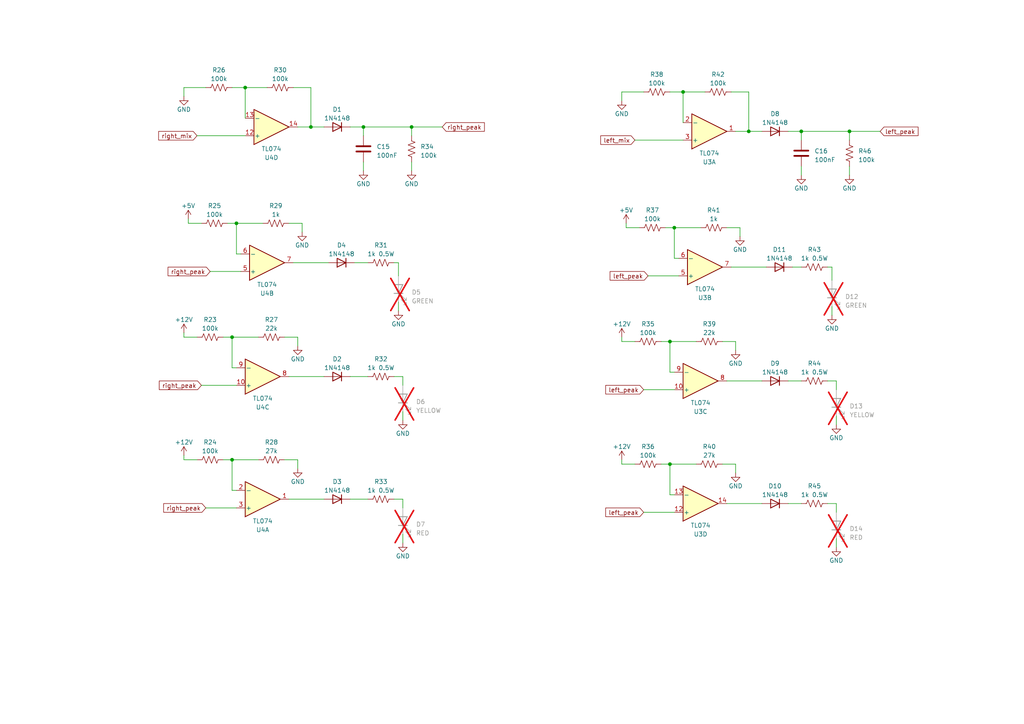
<source format=kicad_sch>
(kicad_sch (version 20231120) (generator "eeschema") (generator_version "8.0")
  (paper "A4")
  (title_block (title "Eurorack Output Mixer Module") (rev "0") (company "SVG Synthesis"))
  (lib_symbols
    (symbol "power:+12V" (power) (pin_names (offset 0))
      (property "Value" "+12V" (at 0 3.556 0))
      (symbol "+12V_0_1"
        (polyline (pts (xy -0.762 1.27) (xy 0 2.54)))
        (polyline (pts (xy 0 0) (xy 0 2.54)))
        (polyline (pts (xy 0 2.54) (xy 0.762 1.27)))
      )
      (symbol "+12V_1_1"
        (pin power_in line (at 0 0 90) (length 0) hide (name "+12V") (number "1"))
      )
    )
    (symbol "power:+5V" (power) (pin_names (offset 0))
      (property "Value" "+5V" (at 0 3.556 0))
      (symbol "+5V_0_1"
        (polyline (pts (xy -0.762 1.27) (xy 0 2.54)))
        (polyline (pts (xy 0 0) (xy 0 2.54)))
        (polyline (pts (xy 0 2.54) (xy 0.762 1.27)))
      )
      (symbol "+5V_1_1"
        (pin power_in line (at 0 0 90) (length 0) hide (name "+5V") (number "1"))
      )
    )
    (symbol "power:GND" (power) (pin_names (offset 0))
      (property "Value" "GND" (at 0 -3.81 0))
      (symbol "GND_0_1"
        (polyline (pts (xy 0 0) (xy 0 -1.27) (xy 1.27 -1.27) (xy 0 -2.54) (xy -1.27 -1.27) (xy 0 -1.27)))
      )
      (symbol "GND_1_1"
        (pin power_in line (at 0 0 270) (length 0) hide (name "GND") (number "1"))
      )
    )
    (symbol "synthesis:CAP_100NF_0603_X7R" (pin_numbers hide) (pin_names (offset 0.254))
      (property "Reference" "C" (at 0.635 2.54 0))
      (property "Value" "100nF" (at 0.635 -2.54 0))
      (symbol "CAP_100NF_0603_X7R_0_1"
        (polyline (pts (xy -2.032 -0.762) (xy 2.032 -0.762)) (stroke (width 0.508)))
        (polyline (pts (xy -2.032 0.762) (xy 2.032 0.762)) (stroke (width 0.508)))
      )
      (symbol "CAP_100NF_0603_X7R_1_1"
        (pin passive line (at 0 3.81 270) (length 2.794) (name "~") (number "1"))
        (pin passive line (at 0 -3.81 90) (length 2.794) (name "~") (number "2"))
      )
    )
    (symbol "synthesis:DIODE_1N4148WS" (pin_numbers hide) (pin_names hide)
      (property "Reference" "D" (at 0 2.54 0))
      (property "Value" "1N4148" (at 0 -2.54 0))
      (symbol "DIODE_1N4148WS_0_1"
        (polyline (pts (xy -1.27 1.27) (xy -1.27 -1.27)) (stroke (width 0.254)))
        (polyline (pts (xy 1.27 0) (xy -1.27 0)))
        (polyline (pts (xy 1.27 1.27) (xy 1.27 -1.27) (xy -1.27 0) (xy 1.27 1.27)) (stroke (width 0.254)))
      )
      (symbol "DIODE_1N4148WS_1_1"
        (pin passive line (at -3.81 0 0) (length 2.54) (name "K") (number "1"))
        (pin passive line (at 3.81 0 180) (length 2.54) (name "A") (number "2"))
      )
    )
    (symbol "synthesis:LED_GREEN_3MM" (pin_numbers hide) (pin_names (offset 1.016) hide)
      (property "Reference" "D" (at 0 2.54 0))
      (property "Value" "GREEN" (at 0 -2.54 0))
      (symbol "LED_GREEN_3MM_0_1"
        (polyline (pts (xy -1.27 -1.27) (xy -1.27 1.27)) (stroke (width 0.254)))
        (polyline (pts (xy -1.27 0) (xy 1.27 0)))
        (polyline (pts (xy 1.27 -1.27) (xy 1.27 1.27) (xy -1.27 0) (xy 1.27 -1.27)) (stroke (width 0.254)))
        (polyline (pts (xy -3.048 -0.762) (xy -4.572 -2.286) (xy -3.81 -2.286) (xy -4.572 -2.286) (xy -4.572 -1.524)))
        (polyline (pts (xy -1.778 -0.762) (xy -3.302 -2.286) (xy -2.54 -2.286) (xy -3.302 -2.286) (xy -3.302 -1.524)))
      )
      (symbol "LED_GREEN_3MM_1_1"
        (pin passive line (at -3.81 0 0) (length 2.54) (name "K") (number "1"))
        (pin passive line (at 3.81 0 180) (length 2.54) (name "A") (number "2"))
      )
    )
    (symbol "synthesis:LED_RED_3MM" (pin_numbers hide) (pin_names (offset 1.016) hide)
      (property "Reference" "D" (at 0 2.54 0))
      (property "Value" "RED" (at 0 -2.54 0))
      (symbol "LED_RED_3MM_0_1"
        (polyline (pts (xy -1.27 -1.27) (xy -1.27 1.27)) (stroke (width 0.254)))
        (polyline (pts (xy -1.27 0) (xy 1.27 0)))
        (polyline (pts (xy 1.27 -1.27) (xy 1.27 1.27) (xy -1.27 0) (xy 1.27 -1.27)) (stroke (width 0.254)))
        (polyline (pts (xy -3.048 -0.762) (xy -4.572 -2.286) (xy -3.81 -2.286) (xy -4.572 -2.286) (xy -4.572 -1.524)))
        (polyline (pts (xy -1.778 -0.762) (xy -3.302 -2.286) (xy -2.54 -2.286) (xy -3.302 -2.286) (xy -3.302 -1.524)))
      )
      (symbol "LED_RED_3MM_1_1"
        (pin passive line (at -3.81 0 0) (length 2.54) (name "K") (number "1"))
        (pin passive line (at 3.81 0 180) (length 2.54) (name "A") (number "2"))
      )
    )
    (symbol "synthesis:LED_YELLOW_3MM" (pin_numbers hide) (pin_names (offset 1.016) hide)
      (property "Reference" "D" (at 0 2.54 0))
      (property "Value" "YELLOW" (at 0 -2.54 0))
      (symbol "LED_YELLOW_3MM_0_1"
        (polyline (pts (xy -1.27 -1.27) (xy -1.27 1.27)) (stroke (width 0.254)))
        (polyline (pts (xy -1.27 0) (xy 1.27 0)))
        (polyline (pts (xy 1.27 -1.27) (xy 1.27 1.27) (xy -1.27 0) (xy 1.27 -1.27)) (stroke (width 0.254)))
        (polyline (pts (xy -3.048 -0.762) (xy -4.572 -2.286) (xy -3.81 -2.286) (xy -4.572 -2.286) (xy -4.572 -1.524)))
        (polyline (pts (xy -1.778 -0.762) (xy -3.302 -2.286) (xy -2.54 -2.286) (xy -3.302 -2.286) (xy -3.302 -1.524)))
      )
      (symbol "LED_YELLOW_3MM_1_1"
        (pin passive line (at -3.81 0 0) (length 2.54) (name "K") (number "1"))
        (pin passive line (at 3.81 0 180) (length 2.54) (name "A") (number "2"))
      )
    )
    (symbol "synthesis:RES_100k_0603" (pin_numbers hide) (pin_names (offset 0))
      (property "Reference" "R" (at 2.54 0 90))
      (property "Value" "100k" (at -2.54 0 90))
      (symbol "RES_100k_0603_0_1"
        (polyline (pts (xy 0 -2.286) (xy 0 -2.54)))
        (polyline (pts (xy 0 2.286) (xy 0 2.54)))
        (polyline (pts (xy 0 -0.762) (xy 1.016 -1.143) (xy 0 -1.524) (xy -1.016 -1.905) (xy 0 -2.286)))
        (polyline (pts (xy 0 0.762) (xy 1.016 0.381) (xy 0 0) (xy -1.016 -0.381) (xy 0 -0.762)))
        (polyline (pts (xy 0 2.286) (xy 1.016 1.905) (xy 0 1.524) (xy -1.016 1.143) (xy 0 0.762)))
      )
      (symbol "RES_100k_0603_1_1"
        (pin passive line (at 0 3.81 270) (length 1.27) (name "~") (number "1"))
        (pin passive line (at 0 -3.81 90) (length 1.27) (name "~") (number "2"))
      )
    )
    (symbol "synthesis:RES_1K_0603" (pin_numbers hide) (pin_names (offset 0))
      (property "Reference" "R" (at 2.54 0 90))
      (property "Value" "1k" (at -2.54 0 90))
      (symbol "RES_1K_0603_0_1"
        (polyline (pts (xy 0 -2.286) (xy 0 -2.54)))
        (polyline (pts (xy 0 2.286) (xy 0 2.54)))
        (polyline (pts (xy 0 -0.762) (xy 1.016 -1.143) (xy 0 -1.524) (xy -1.016 -1.905) (xy 0 -2.286)))
        (polyline (pts (xy 0 0.762) (xy 1.016 0.381) (xy 0 0) (xy -1.016 -0.381) (xy 0 -0.762)))
        (polyline (pts (xy 0 2.286) (xy 1.016 1.905) (xy 0 1.524) (xy -1.016 1.143) (xy 0 0.762)))
      )
      (symbol "RES_1K_0603_1_1"
        (pin passive line (at 0 3.81 270) (length 1.27) (name "~") (number "1"))
        (pin passive line (at 0 -3.81 90) (length 1.27) (name "~") (number "2"))
      )
    )
    (symbol "synthesis:RES_1K_1210" (pin_numbers hide) (pin_names (offset 0))
      (property "Reference" "R" (at 2.54 0 90))
      (property "Value" "1k 0.5W" (at -2.54 0 90))
      (symbol "RES_1K_1210_0_1"
        (polyline (pts (xy 0 -2.286) (xy 0 -2.54)))
        (polyline (pts (xy 0 2.286) (xy 0 2.54)))
        (polyline (pts (xy 0 -0.762) (xy 1.016 -1.143) (xy 0 -1.524) (xy -1.016 -1.905) (xy 0 -2.286)))
        (polyline (pts (xy 0 0.762) (xy 1.016 0.381) (xy 0 0) (xy -1.016 -0.381) (xy 0 -0.762)))
        (polyline (pts (xy 0 2.286) (xy 1.016 1.905) (xy 0 1.524) (xy -1.016 1.143) (xy 0 0.762)))
      )
      (symbol "RES_1K_1210_1_1"
        (pin passive line (at 0 3.81 270) (length 1.27) (name "~") (number "1"))
        (pin passive line (at 0 -3.81 90) (length 1.27) (name "~") (number "2"))
      )
    )
    (symbol "synthesis:RES_22K_0603" (pin_numbers hide) (pin_names (offset 0))
      (property "Reference" "R" (at 2.54 0 90))
      (property "Value" "22k" (at -2.54 0 90))
      (symbol "RES_22K_0603_0_1"
        (polyline (pts (xy 0 -2.286) (xy 0 -2.54)))
        (polyline (pts (xy 0 2.286) (xy 0 2.54)))
        (polyline (pts (xy 0 -0.762) (xy 1.016 -1.143) (xy 0 -1.524) (xy -1.016 -1.905) (xy 0 -2.286)))
        (polyline (pts (xy 0 0.762) (xy 1.016 0.381) (xy 0 0) (xy -1.016 -0.381) (xy 0 -0.762)))
        (polyline (pts (xy 0 2.286) (xy 1.016 1.905) (xy 0 1.524) (xy -1.016 1.143) (xy 0 0.762)))
      )
      (symbol "RES_22K_0603_1_1"
        (pin passive line (at 0 3.81 270) (length 1.27) (name "~") (number "1"))
        (pin passive line (at 0 -3.81 90) (length 1.27) (name "~") (number "2"))
      )
    )
    (symbol "synthesis:RES_27K_0603" (pin_numbers hide) (pin_names (offset 0))
      (property "Reference" "R" (at 2.54 0 90))
      (property "Value" "27k" (at -2.54 0 90))
      (symbol "RES_27K_0603_0_1"
        (polyline (pts (xy 0 -2.286) (xy 0 -2.54)))
        (polyline (pts (xy 0 2.286) (xy 0 2.54)))
        (polyline (pts (xy 0 -0.762) (xy 1.016 -1.143) (xy 0 -1.524) (xy -1.016 -1.905) (xy 0 -2.286)))
        (polyline (pts (xy 0 0.762) (xy 1.016 0.381) (xy 0 0) (xy -1.016 -0.381) (xy 0 -0.762)))
        (polyline (pts (xy 0 2.286) (xy 1.016 1.905) (xy 0 1.524) (xy -1.016 1.143) (xy 0 0.762)))
      )
      (symbol "RES_27K_0603_1_1"
        (pin passive line (at 0 3.81 270) (length 1.27) (name "~") (number "1"))
        (pin passive line (at 0 -3.81 90) (length 1.27) (name "~") (number "2"))
      )
    )
    (symbol "synthesis:TL074" (pin_names (offset 0.127))
      (property "Reference" "U" (at 0 5.08 0))
      (property "Value" "TL074" (at 0 -5.08 0))
      (symbol "TL074_1_1"
        (polyline (pts (xy -5.08 5.08) (xy 5.08 0) (xy -5.08 -5.08) (xy -5.08 5.08)) (stroke (width 0.254)) (fill (type background)))
        (pin output line (at 7.62 0 180) (length 2.54) (name "~") (number "1"))
        (pin input line (at -7.62 -2.54 0) (length 2.54) (name "-") (number "2"))
        (pin input line (at -7.62 2.54 0) (length 2.54) (name "+") (number "3"))
      )
      (symbol "TL074_2_1"
        (polyline (pts (xy -5.08 5.08) (xy 5.08 0) (xy -5.08 -5.08) (xy -5.08 5.08)) (stroke (width 0.254)) (fill (type background)))
        (pin input line (at -7.62 2.54 0) (length 2.54) (name "+") (number "5"))
        (pin input line (at -7.62 -2.54 0) (length 2.54) (name "-") (number "6"))
        (pin output line (at 7.62 0 180) (length 2.54) (name "~") (number "7"))
      )
      (symbol "TL074_3_1"
        (polyline (pts (xy -5.08 5.08) (xy 5.08 0) (xy -5.08 -5.08) (xy -5.08 5.08)) (stroke (width 0.254)) (fill (type background)))
        (pin input line (at -7.62 2.54 0) (length 2.54) (name "+") (number "10"))
        (pin output line (at 7.62 0 180) (length 2.54) (name "~") (number "8"))
        (pin input line (at -7.62 -2.54 0) (length 2.54) (name "-") (number "9"))
      )
      (symbol "TL074_4_1"
        (polyline (pts (xy -5.08 5.08) (xy 5.08 0) (xy -5.08 -5.08) (xy -5.08 5.08)) (stroke (width 0.254)) (fill (type background)))
        (pin input line (at -7.62 2.54 0) (length 2.54) (name "+") (number "12"))
        (pin input line (at -7.62 -2.54 0) (length 2.54) (name "-") (number "13"))
        (pin output line (at 7.62 0 180) (length 2.54) (name "~") (number "14"))
      )
      (symbol "TL074_5_1"
        (pin power_in line (at -2.54 -7.62 90) (length 3.81) (name "V-") (number "11"))
        (pin power_in line (at -2.54 7.62 270) (length 3.81) (name "V+") (number "4"))
      )
    )
  )
  (junction (at 67.31 133.35))
  (junction (at 71.12 25.4))
  (junction (at 194.31 99.06))
  (junction (at 246.38 38.1))
  (junction (at 90.17 36.83))
  (junction (at 119.38 36.83))
  (junction (at 195.58 66.04))
  (junction (at 232.41 38.1))
  (junction (at 217.17 38.1))
  (junction (at 194.31 134.62))
  (junction (at 67.31 97.79))
  (junction (at 198.12 26.67))
  (junction (at 105.41 36.83))
  (junction (at 68.58 64.77))
  (wire (pts (xy 246.38 38.1) (xy 246.38 40.64)))
  (wire (pts (xy 83.82 144.78) (xy 93.98 144.78)))
  (wire (pts (xy 82.55 133.35) (xy 86.36 133.35)))
  (wire (pts (xy 54.61 64.77) (xy 58.42 64.77)))
  (wire (pts (xy 180.34 134.62) (xy 184.15 134.62)))
  (wire (pts (xy 186.69 148.59) (xy 195.58 148.59)))
  (wire (pts (xy 241.3 88.9) (xy 241.3 91.44)))
  (wire (pts (xy 119.38 36.83) (xy 119.38 39.37)))
  (wire (pts (xy 194.31 99.06) (xy 194.31 107.95)))
  (wire (pts (xy 194.31 134.62) (xy 201.93 134.62)))
  (wire (pts (xy 90.17 36.83) (xy 93.98 36.83)))
  (wire (pts (xy 214.63 66.04) (xy 214.63 68.58)))
  (wire (pts (xy 193.04 66.04) (xy 195.58 66.04)))
  (wire (pts (xy 240.03 146.05) (xy 242.57 146.05)))
  (wire (pts (xy 67.31 133.35) (xy 74.93 133.35)))
  (wire (pts (xy 114.3 144.78) (xy 116.84 144.78)))
  (wire (pts (xy 87.63 64.77) (xy 87.63 67.31)))
  (wire (pts (xy 195.58 66.04) (xy 203.2 66.04)))
  (wire (pts (xy 115.57 76.2) (xy 115.57 80.01)))
  (wire (pts (xy 53.34 96.52) (xy 53.34 97.79)))
  (wire (pts (xy 64.77 133.35) (xy 67.31 133.35)))
  (wire (pts (xy 67.31 25.4) (xy 71.12 25.4)))
  (wire (pts (xy 210.82 110.49) (xy 220.98 110.49)))
  (wire (pts (xy 67.31 97.79) (xy 74.93 97.79)))
  (wire (pts (xy 58.42 111.76) (xy 68.58 111.76)))
  (wire (pts (xy 57.15 39.37) (xy 71.12 39.37)))
  (wire (pts (xy 217.17 26.67) (xy 217.17 38.1)))
  (wire (pts (xy 209.55 134.62) (xy 213.36 134.62)))
  (wire (pts (xy 228.6 110.49) (xy 232.41 110.49)))
  (wire (pts (xy 195.58 74.93) (xy 196.85 74.93)))
  (wire (pts (xy 180.34 29.21) (xy 180.34 26.67)))
  (wire (pts (xy 191.77 99.06) (xy 194.31 99.06)))
  (wire (pts (xy 213.36 99.06) (xy 213.36 101.6)))
  (wire (pts (xy 198.12 26.67) (xy 204.47 26.67)))
  (wire (pts (xy 212.09 26.67) (xy 217.17 26.67)))
  (wire (pts (xy 68.58 64.77) (xy 76.2 64.77)))
  (wire (pts (xy 194.31 107.95) (xy 195.58 107.95)))
  (wire (pts (xy 194.31 143.51) (xy 195.58 143.51)))
  (wire (pts (xy 114.3 76.2) (xy 115.57 76.2)))
  (wire (pts (xy 115.57 87.63) (xy 115.57 90.17)))
  (wire (pts (xy 213.36 134.62) (xy 213.36 137.16)))
  (wire (pts (xy 85.09 25.4) (xy 90.17 25.4)))
  (wire (pts (xy 194.31 134.62) (xy 194.31 143.51)))
  (wire (pts (xy 86.36 97.79) (xy 86.36 100.33)))
  (wire (pts (xy 67.31 97.79) (xy 67.31 106.68)))
  (wire (pts (xy 116.84 144.78) (xy 116.84 147.32)))
  (wire (pts (xy 232.41 48.26) (xy 232.41 50.8)))
  (wire (pts (xy 194.31 26.67) (xy 198.12 26.67)))
  (wire (pts (xy 181.61 66.04) (xy 185.42 66.04)))
  (wire (pts (xy 114.3 109.22) (xy 116.84 109.22)))
  (wire (pts (xy 116.84 119.38) (xy 116.84 121.92)))
  (wire (pts (xy 101.6 109.22) (xy 106.68 109.22)))
  (wire (pts (xy 241.3 77.47) (xy 241.3 81.28)))
  (wire (pts (xy 53.34 27.94) (xy 53.34 25.4)))
  (wire (pts (xy 210.82 146.05) (xy 220.98 146.05)))
  (wire (pts (xy 64.77 97.79) (xy 67.31 97.79)))
  (wire (pts (xy 180.34 133.35) (xy 180.34 134.62)))
  (wire (pts (xy 105.41 39.37) (xy 105.41 36.83)))
  (wire (pts (xy 195.58 66.04) (xy 195.58 74.93)))
  (wire (pts (xy 53.34 25.4) (xy 59.69 25.4)))
  (wire (pts (xy 67.31 133.35) (xy 67.31 142.24)))
  (wire (pts (xy 184.15 40.64) (xy 198.12 40.64)))
  (wire (pts (xy 105.41 36.83) (xy 101.6 36.83)))
  (wire (pts (xy 246.38 38.1) (xy 255.27 38.1)))
  (wire (pts (xy 68.58 64.77) (xy 68.58 73.66)))
  (wire (pts (xy 60.96 78.74) (xy 69.85 78.74)))
  (wire (pts (xy 209.55 99.06) (xy 213.36 99.06)))
  (wire (pts (xy 71.12 25.4) (xy 71.12 34.29)))
  (wire (pts (xy 232.41 38.1) (xy 246.38 38.1)))
  (wire (pts (xy 116.84 154.94) (xy 116.84 157.48)))
  (wire (pts (xy 187.96 80.01) (xy 196.85 80.01)))
  (wire (pts (xy 228.6 146.05) (xy 232.41 146.05)))
  (wire (pts (xy 53.34 97.79) (xy 57.15 97.79)))
  (wire (pts (xy 102.87 76.2) (xy 106.68 76.2)))
  (wire (pts (xy 53.34 133.35) (xy 57.15 133.35)))
  (wire (pts (xy 67.31 142.24) (xy 68.58 142.24)))
  (wire (pts (xy 71.12 25.4) (xy 77.47 25.4)))
  (wire (pts (xy 212.09 77.47) (xy 222.25 77.47)))
  (wire (pts (xy 217.17 38.1) (xy 220.98 38.1)))
  (wire (pts (xy 101.6 144.78) (xy 106.68 144.78)))
  (wire (pts (xy 68.58 73.66) (xy 69.85 73.66)))
  (wire (pts (xy 53.34 132.08) (xy 53.34 133.35)))
  (wire (pts (xy 180.34 97.79) (xy 180.34 99.06)))
  (wire (pts (xy 85.09 76.2) (xy 95.25 76.2)))
  (wire (pts (xy 186.69 113.03) (xy 195.58 113.03)))
  (wire (pts (xy 240.03 110.49) (xy 242.57 110.49)))
  (wire (pts (xy 240.03 77.47) (xy 241.3 77.47)))
  (wire (pts (xy 180.34 26.67) (xy 186.69 26.67)))
  (wire (pts (xy 232.41 38.1) (xy 228.6 38.1)))
  (wire (pts (xy 105.41 36.83) (xy 119.38 36.83)))
  (wire (pts (xy 59.69 147.32) (xy 68.58 147.32)))
  (wire (pts (xy 66.04 64.77) (xy 68.58 64.77)))
  (wire (pts (xy 82.55 97.79) (xy 86.36 97.79)))
  (wire (pts (xy 90.17 25.4) (xy 90.17 36.83)))
  (wire (pts (xy 232.41 40.64) (xy 232.41 38.1)))
  (wire (pts (xy 194.31 99.06) (xy 201.93 99.06)))
  (wire (pts (xy 198.12 26.67) (xy 198.12 35.56)))
  (wire (pts (xy 181.61 64.77) (xy 181.61 66.04)))
  (wire (pts (xy 83.82 109.22) (xy 93.98 109.22)))
  (wire (pts (xy 242.57 120.65) (xy 242.57 123.19)))
  (wire (pts (xy 86.36 133.35) (xy 86.36 135.89)))
  (wire (pts (xy 180.34 99.06) (xy 184.15 99.06)))
  (wire (pts (xy 54.61 63.5) (xy 54.61 64.77)))
  (wire (pts (xy 119.38 36.83) (xy 128.27 36.83)))
  (wire (pts (xy 105.41 46.99) (xy 105.41 49.53)))
  (wire (pts (xy 217.17 38.1) (xy 213.36 38.1)))
  (wire (pts (xy 242.57 146.05) (xy 242.57 148.59)))
  (wire (pts (xy 67.31 106.68) (xy 68.58 106.68)))
  (wire (pts (xy 229.87 77.47) (xy 232.41 77.47)))
  (wire (pts (xy 246.38 48.26) (xy 246.38 50.8)))
  (wire (pts (xy 242.57 156.21) (xy 242.57 158.75)))
  (wire (pts (xy 210.82 66.04) (xy 214.63 66.04)))
  (wire (pts (xy 90.17 36.83) (xy 86.36 36.83)))
  (wire (pts (xy 119.38 46.99) (xy 119.38 49.53)))
  (wire (pts (xy 116.84 109.22) (xy 116.84 111.76)))
  (wire (pts (xy 242.57 110.49) (xy 242.57 113.03)))
  (wire (pts (xy 83.82 64.77) (xy 87.63 64.77)))
  (wire (pts (xy 191.77 134.62) (xy 194.31 134.62)))
  (global_label "left_peak" (shape input) (at 186.69 113.03 180) (property "Intersheetrefs" "${INTERSHEET_REFS}" (effects (hide yes))))
  (global_label "right_peak" (shape input) (at 59.69 147.32 180) (property "Intersheetrefs" "${INTERSHEET_REFS}" (effects (hide yes))))
  (global_label "right_peak" (shape input) (at 58.42 111.76 180) (property "Intersheetrefs" "${INTERSHEET_REFS}" (effects (hide yes))))
  (global_label "left_peak" (shape input) (at 187.96 80.01 180) (property "Intersheetrefs" "${INTERSHEET_REFS}" (effects (hide yes))))
  (global_label "left_peak" (shape input) (at 255.27 38.1 0) (property "Intersheetrefs" "${INTERSHEET_REFS}" (effects (hide yes))))
  (global_label "right_peak" (shape input) (at 60.96 78.74 180) (property "Intersheetrefs" "${INTERSHEET_REFS}" (effects (hide yes))))
  (global_label "left_peak" (shape input) (at 186.69 148.59 180) (property "Intersheetrefs" "${INTERSHEET_REFS}" (effects (hide yes))))
  (global_label "right_mix" (shape input) (at 57.15 39.37 180) (property "Intersheetrefs" "${INTERSHEET_REFS}" (effects (hide yes))))
  (global_label "right_peak" (shape input) (at 128.27 36.83 0) (property "Intersheetrefs" "${INTERSHEET_REFS}" (effects (hide yes))))
  (global_label "left_mix" (shape input) (at 184.15 40.64 180) (property "Intersheetrefs" "${INTERSHEET_REFS}" (effects (hide yes))))
  (symbol (lib_id "power:GND") (at 116.84 121.92 0) (unit 1)
    (property "Reference" "#PWR037" (effects (hide yes)))
    (property "Value" "GND" (at 116.84 125.73 0))
  )
  (symbol (lib_id "synthesis:CAP_100NF_0603_X7R") (at 105.41 43.18 0) (unit 1)
    (property "Reference" "C15" (at 109.22 42.545 0) (effects (justify left)))
    (property "Value" "100nF" (at 109.22 45.085 0) (effects (justify left)))
    (property "Footprint" "Capacitor_SMD:C_0603_1608Metric" (effects (hide yes)))
    (property "MFR" "YAGEO" (effects (hide yes)))
    (property "MPN" "CC0603KRX7R9BB104" (effects (hide yes)))
    (property "LCSC" "C14663" (effects (hide yes)))
  )
  (symbol (lib_id "synthesis:RES_27K_0603") (at 205.74 134.62 90) (unit 1)
    (property "Reference" "R40" (at 205.74 129.54 90))
    (property "Value" "27k" (at 205.74 132.08 90))
    (property "Footprint" "Resistor_SMD:R_0603_1608Metric" (effects (hide yes)))
    (property "MFR" "YAGEO" (effects (hide yes)))
    (property "MPN" "RC0603FR-0727KL" (effects (hide yes)))
    (property "LCSC" "C114614" (effects (hide yes)))
  )
  (symbol (lib_id "power:GND") (at 87.63 67.31 0) (unit 1)
    (property "Reference" "#PWR034" (effects (hide yes)))
    (property "Value" "GND" (at 87.63 71.12 0))
  )
  (symbol (lib_id "synthesis:RES_22K_0603") (at 78.74 97.79 90) (unit 1)
    (property "Reference" "R27" (at 78.74 92.71 90))
    (property "Value" "22k" (at 78.74 95.25 90))
    (property "Footprint" "Resistor_SMD:R_0603_1608Metric" (effects (hide yes)))
    (property "MFR" "YAGEO" (effects (hide yes)))
    (property "MPN" "RC0603FR-0722KL" (effects (hide yes)))
    (property "LCSC" "C114065" (effects (hide yes)))
  )
  (symbol (lib_id "power:+12V") (at 180.34 97.79 0) (unit 1)
    (property "Reference" "#PWR041" (effects (hide yes)))
    (property "Value" "+12V" (at 180.34 93.98 0))
  )
  (symbol (lib_id "synthesis:RES_100k_0603") (at 119.38 43.18 180) (unit 1)
    (property "Reference" "R34" (at 121.92 42.545 0) (effects (justify right)))
    (property "Value" "100k" (at 121.92 45.085 0) (effects (justify right)))
    (property "Footprint" "Resistor_SMD:R_0603_1608Metric" (effects (hide yes)))
    (property "MFR" "RC0603FR-07100KL" (effects (hide yes)))
    (property "MPN" "RC0603FR-07100KL" (effects (hide yes)))
    (property "LCSC" "C14675" (effects (hide yes)))
  )
  (symbol (lib_id "synthesis:RES_100k_0603") (at 187.96 134.62 270) (unit 1)
    (property "Reference" "R36" (at 187.96 129.54 90))
    (property "Value" "100k" (at 187.96 132.08 90))
    (property "Footprint" "Resistor_SMD:R_0603_1608Metric" (effects (hide yes)))
    (property "MFR" "RC0603FR-07100KL" (effects (hide yes)))
    (property "MPN" "RC0603FR-07100KL" (effects (hide yes)))
    (property "LCSC" "C14675" (effects (hide yes)))
  )
  (symbol (lib_id "power:GND") (at 246.38 50.8 0) (unit 1)
    (property "Reference" "#PWR051" (effects (hide yes)))
    (property "Value" "GND" (at 246.38 54.61 0))
  )
  (symbol (lib_id "power:+12V") (at 53.34 96.52 0) (unit 1)
    (property "Reference" "#PWR029" (effects (hide yes)))
    (property "Value" "+12V" (at 53.34 92.71 0))
  )
  (symbol (lib_id "synthesis:TL074") (at 203.2 110.49 0) (mirror x) (unit 3)
    (property "Reference" "U3" (at 203.2 119.38 0))
    (property "Value" "TL074" (at 203.2 116.84 0))
    (property "Footprint" "Package_SO:TSSOP-14_4.4x5mm_P0.65mm" (effects (hide yes)))
    (property "Datasheet" "http://www.ti.com/lit/ds/symlink/lm2902-n.pdf" (effects (hide yes)))
    (property "MFR" "TI" (effects (hide yes)))
    (property "MPN" "TL074CPWR" (effects (hide yes)))
    (property "LCSC" "C96507" (effects (hide yes)))
  )
  (symbol (lib_id "power:GND") (at 242.57 123.19 0) (unit 1)
    (property "Reference" "#PWR049" (effects (hide yes)))
    (property "Value" "GND" (at 242.57 127 0))
  )
  (symbol (lib_id "synthesis:DIODE_1N4148WS") (at 226.06 77.47 180) (unit 1)
    (property "Reference" "D11" (at 226.06 72.39 0))
    (property "Value" "1N4148" (at 226.06 74.93 0))
    (property "Footprint" "Diode_SMD:D_SOD-323" (effects (hide yes)))
    (property "MFR" "DIODES INC" (effects (hide yes)))
    (property "MPN" "1N4148WS-7-F" (effects (hide yes)))
    (property "LCSC" "C60580" (effects (hide yes)))
  )
  (symbol (lib_id "power:GND") (at 105.41 49.53 0) (unit 1)
    (property "Reference" "#PWR035" (effects (hide yes)))
    (property "Value" "GND" (at 105.41 53.34 0))
  )
  (symbol (lib_id "power:GND") (at 241.3 91.44 0) (unit 1)
    (property "Reference" "#PWR048" (effects (hide yes)))
    (property "Value" "GND" (at 241.3 95.25 0))
  )
  (symbol (lib_id "power:GND") (at 213.36 137.16 0) (unit 1)
    (property "Reference" "#PWR045" (effects (hide yes)))
    (property "Value" "GND" (at 213.36 140.97 0))
  )
  (symbol (lib_id "synthesis:DIODE_1N4148WS") (at 224.79 38.1 180) (unit 1)
    (property "Reference" "D8" (at 224.79 33.02 0))
    (property "Value" "1N4148" (at 224.79 35.56 0))
    (property "Footprint" "Diode_SMD:D_SOD-323" (effects (hide yes)))
    (property "MFR" "DIODES INC" (effects (hide yes)))
    (property "MPN" "1N4148WS-7-F" (effects (hide yes)))
    (property "LCSC" "C60580" (effects (hide yes)))
  )
  (symbol (lib_id "synthesis:TL074") (at 205.74 38.1 0) (mirror x) (unit 1)
    (property "Reference" "U3" (at 205.74 46.99 0))
    (property "Value" "TL074" (at 205.74 44.45 0))
    (property "Footprint" "Package_SO:TSSOP-14_4.4x5mm_P0.65mm" (effects (hide yes)))
    (property "Datasheet" "http://www.ti.com/lit/ds/symlink/lm2902-n.pdf" (effects (hide yes)))
    (property "MFR" "TI" (effects (hide yes)))
    (property "MPN" "TL074CPWR" (effects (hide yes)))
    (property "LCSC" "C96507" (effects (hide yes)))
  )
  (symbol (lib_id "power:GND") (at 180.34 29.21 0) (unit 1)
    (property "Reference" "#PWR040" (effects (hide yes)))
    (property "Value" "GND" (at 180.34 33.02 0))
  )
  (symbol (lib_id "synthesis:RES_27K_0603") (at 78.74 133.35 90) (unit 1)
    (property "Reference" "R28" (at 78.74 128.27 90))
    (property "Value" "27k" (at 78.74 130.81 90))
    (property "Footprint" "Resistor_SMD:R_0603_1608Metric" (effects (hide yes)))
    (property "MFR" "YAGEO" (effects (hide yes)))
    (property "MPN" "RC0603FR-0727KL" (effects (hide yes)))
    (property "LCSC" "C114614" (effects (hide yes)))
  )
  (symbol (lib_id "synthesis:RES_1K_1210") (at 110.49 76.2 90) (unit 1)
    (property "Reference" "R31" (at 110.49 71.12 90))
    (property "Value" "1k 0.5W" (at 110.49 73.66 90))
    (property "Footprint" "Resistor_SMD:R_1210_3225Metric" (effects (hide yes)))
    (property "MFR" "YAGEO" (effects (hide yes)))
    (property "MPN" "RC1210FR-071KL" (effects (hide yes)))
    (property "LCSC" "C83144" (effects (hide yes)))
  )
  (symbol (lib_id "synthesis:RES_22K_0603") (at 205.74 99.06 90) (unit 1)
    (property "Reference" "R39" (at 205.74 93.98 90))
    (property "Value" "22k" (at 205.74 96.52 90))
    (property "Footprint" "Resistor_SMD:R_0603_1608Metric" (effects (hide yes)))
    (property "MFR" "YAGEO" (effects (hide yes)))
    (property "MPN" "RC0603FR-0722KL" (effects (hide yes)))
    (property "LCSC" "C114065" (effects (hide yes)))
  )
  (symbol (lib_id "synthesis:TL074") (at 76.2 109.22 0) (mirror x) (unit 3)
    (property "Reference" "U4" (at 76.2 118.11 0))
    (property "Value" "TL074" (at 76.2 115.57 0))
    (property "Footprint" "Package_SO:TSSOP-14_4.4x5mm_P0.65mm" (effects (hide yes)))
    (property "Datasheet" "http://www.ti.com/lit/ds/symlink/lm2902-n.pdf" (effects (hide yes)))
    (property "MFR" "TI" (effects (hide yes)))
    (property "MPN" "TL074CPWR" (effects (hide yes)))
    (property "LCSC" "C96507" (effects (hide yes)))
  )
  (symbol (lib_id "synthesis:TL074") (at 76.2 144.78 0) (mirror x) (unit 1)
    (property "Reference" "U4" (at 76.2 153.67 0))
    (property "Value" "TL074" (at 76.2 151.13 0))
    (property "Footprint" "Package_SO:TSSOP-14_4.4x5mm_P0.65mm" (effects (hide yes)))
    (property "Datasheet" "http://www.ti.com/lit/ds/symlink/lm2902-n.pdf" (effects (hide yes)))
    (property "MFR" "TI" (effects (hide yes)))
    (property "MPN" "TL074CPWR" (effects (hide yes)))
    (property "LCSC" "C96507" (effects (hide yes)))
  )
  (symbol (lib_id "synthesis:RES_100k_0603") (at 187.96 99.06 270) (unit 1)
    (property "Reference" "R35" (at 187.96 93.98 90))
    (property "Value" "100k" (at 187.96 96.52 90))
    (property "Footprint" "Resistor_SMD:R_0603_1608Metric" (effects (hide yes)))
    (property "MFR" "RC0603FR-07100KL" (effects (hide yes)))
    (property "MPN" "RC0603FR-07100KL" (effects (hide yes)))
    (property "LCSC" "C14675" (effects (hide yes)))
  )
  (symbol (lib_id "synthesis:TL074") (at 77.47 76.2 0) (mirror x) (unit 2)
    (property "Reference" "U4" (at 77.47 85.09 0))
    (property "Value" "TL074" (at 77.47 82.55 0))
    (property "Footprint" "Package_SO:TSSOP-14_4.4x5mm_P0.65mm" (effects (hide yes)))
    (property "Datasheet" "http://www.ti.com/lit/ds/symlink/lm2902-n.pdf" (effects (hide yes)))
    (property "MFR" "TI" (effects (hide yes)))
    (property "MPN" "TL074CPWR" (effects (hide yes)))
    (property "LCSC" "C96507" (effects (hide yes)))
  )
  (symbol (lib_id "power:GND") (at 232.41 50.8 0) (unit 1)
    (property "Reference" "#PWR047" (effects (hide yes)))
    (property "Value" "GND" (at 232.41 54.61 0))
  )
  (symbol (lib_id "synthesis:RES_1K_1210") (at 236.22 77.47 90) (unit 1)
    (property "Reference" "R43" (at 236.22 72.39 90))
    (property "Value" "1k 0.5W" (at 236.22 74.93 90))
    (property "Footprint" "Resistor_SMD:R_1210_3225Metric" (effects (hide yes)))
    (property "MFR" "YAGEO" (effects (hide yes)))
    (property "MPN" "RC1210FR-071KL" (effects (hide yes)))
    (property "LCSC" "C83144" (effects (hide yes)))
  )
  (symbol (lib_id "power:GND") (at 242.57 158.75 0) (unit 1)
    (property "Reference" "#PWR050" (effects (hide yes)))
    (property "Value" "GND" (at 242.57 162.56 0))
  )
  (symbol (lib_id "synthesis:RES_100k_0603") (at 63.5 25.4 90) (unit 1)
    (property "Reference" "R26" (at 63.5 20.32 90))
    (property "Value" "100k" (at 63.5 22.86 90))
    (property "Footprint" "Resistor_SMD:R_0603_1608Metric" (effects (hide yes)))
    (property "MFR" "RC0603FR-07100KL" (effects (hide yes)))
    (property "MPN" "RC0603FR-07100KL" (effects (hide yes)))
    (property "LCSC" "C14675" (effects (hide yes)))
  )
  (symbol (lib_id "synthesis:RES_100k_0603") (at 60.96 97.79 270) (unit 1)
    (property "Reference" "R23" (at 60.96 92.71 90))
    (property "Value" "100k" (at 60.96 95.25 90))
    (property "Footprint" "Resistor_SMD:R_0603_1608Metric" (effects (hide yes)))
    (property "MFR" "RC0603FR-07100KL" (effects (hide yes)))
    (property "MPN" "RC0603FR-07100KL" (effects (hide yes)))
    (property "LCSC" "C14675" (effects (hide yes)))
  )
  (symbol (lib_id "power:GND") (at 214.63 68.58 0) (unit 1)
    (property "Reference" "#PWR046" (effects (hide yes)))
    (property "Value" "GND" (at 214.63 72.39 0))
  )
  (symbol (lib_id "synthesis:LED_RED_3MM") (at 116.84 151.13 90) (unit 1) (dnp yes)
    (property "Reference" "D7" (at 120.65 152.0825 90) (effects (justify right)))
    (property "Value" "RED" (at 120.65 154.6225 90) (effects (justify right)))
    (property "Footprint" "LED_THT:LED_D3.0mm" (effects (hide yes)))
    (property "MFR" "WURTH" (effects (hide yes)))
    (property "MPN" "151031SS04000" (effects (hide yes)))
    (property "LCSC" "C5872577" (effects (hide yes)))
  )
  (symbol (lib_id "synthesis:RES_1K_1210") (at 110.49 109.22 90) (unit 1)
    (property "Reference" "R32" (at 110.49 104.14 90))
    (property "Value" "1k 0.5W" (at 110.49 106.68 90))
    (property "Footprint" "Resistor_SMD:R_1210_3225Metric" (effects (hide yes)))
    (property "MFR" "YAGEO" (effects (hide yes)))
    (property "MPN" "RC1210FR-071KL" (effects (hide yes)))
    (property "LCSC" "C83144" (effects (hide yes)))
  )
  (symbol (lib_id "synthesis:DIODE_1N4148WS") (at 224.79 110.49 180) (unit 1)
    (property "Reference" "D9" (at 224.79 105.41 0))
    (property "Value" "1N4148" (at 224.79 107.95 0))
    (property "Footprint" "Diode_SMD:D_SOD-323" (effects (hide yes)))
    (property "MFR" "DIODES INC" (effects (hide yes)))
    (property "MPN" "1N4148WS-7-F" (effects (hide yes)))
    (property "LCSC" "C60580" (effects (hide yes)))
  )
  (symbol (lib_id "power:+5V") (at 181.61 64.77 0) (unit 1)
    (property "Reference" "#PWR043" (effects (hide yes)))
    (property "Value" "+5V" (at 181.61 60.96 0))
  )
  (symbol (lib_id "power:GND") (at 116.84 157.48 0) (unit 1)
    (property "Reference" "#PWR038" (effects (hide yes)))
    (property "Value" "GND" (at 116.84 161.29 0))
  )
  (symbol (lib_id "power:+12V") (at 180.34 133.35 0) (unit 1)
    (property "Reference" "#PWR042" (effects (hide yes)))
    (property "Value" "+12V" (at 180.34 129.54 0))
  )
  (symbol (lib_id "synthesis:RES_100k_0603") (at 81.28 25.4 90) (unit 1)
    (property "Reference" "R30" (at 81.28 20.32 90))
    (property "Value" "100k" (at 81.28 22.86 90))
    (property "Footprint" "Resistor_SMD:R_0603_1608Metric" (effects (hide yes)))
    (property "MFR" "RC0603FR-07100KL" (effects (hide yes)))
    (property "MPN" "RC0603FR-07100KL" (effects (hide yes)))
    (property "LCSC" "C14675" (effects (hide yes)))
  )
  (symbol (lib_id "power:GND") (at 213.36 101.6 0) (unit 1)
    (property "Reference" "#PWR044" (effects (hide yes)))
    (property "Value" "GND" (at 213.36 105.41 0))
  )
  (symbol (lib_id "synthesis:TL074") (at 204.47 77.47 0) (mirror x) (unit 2)
    (property "Reference" "U3" (at 204.47 86.36 0))
    (property "Value" "TL074" (at 204.47 83.82 0))
    (property "Footprint" "Package_SO:TSSOP-14_4.4x5mm_P0.65mm" (effects (hide yes)))
    (property "Datasheet" "http://www.ti.com/lit/ds/symlink/lm2902-n.pdf" (effects (hide yes)))
    (property "MFR" "TI" (effects (hide yes)))
    (property "MPN" "TL074CPWR" (effects (hide yes)))
    (property "LCSC" "C96507" (effects (hide yes)))
  )
  (symbol (lib_id "synthesis:RES_100k_0603") (at 62.23 64.77 270) (unit 1)
    (property "Reference" "R25" (at 62.23 59.69 90))
    (property "Value" "100k" (at 62.23 62.23 90))
    (property "Footprint" "Resistor_SMD:R_0603_1608Metric" (effects (hide yes)))
    (property "MFR" "RC0603FR-07100KL" (effects (hide yes)))
    (property "MPN" "RC0603FR-07100KL" (effects (hide yes)))
    (property "LCSC" "C14675" (effects (hide yes)))
  )
  (symbol (lib_id "synthesis:DIODE_1N4148WS") (at 224.79 146.05 180) (unit 1)
    (property "Reference" "D10" (at 224.79 140.97 0))
    (property "Value" "1N4148" (at 224.79 143.51 0))
    (property "Footprint" "Diode_SMD:D_SOD-323" (effects (hide yes)))
    (property "MFR" "DIODES INC" (effects (hide yes)))
    (property "MPN" "1N4148WS-7-F" (effects (hide yes)))
    (property "LCSC" "C60580" (effects (hide yes)))
  )
  (symbol (lib_id "synthesis:RES_100k_0603") (at 246.38 44.45 180) (unit 1)
    (property "Reference" "R46" (at 248.92 43.815 0) (effects (justify right)))
    (property "Value" "100k" (at 248.92 46.355 0) (effects (justify right)))
    (property "Footprint" "Resistor_SMD:R_0603_1608Metric" (effects (hide yes)))
    (property "MFR" "RC0603FR-07100KL" (effects (hide yes)))
    (property "MPN" "RC0603FR-07100KL" (effects (hide yes)))
    (property "LCSC" "C14675" (effects (hide yes)))
  )
  (symbol (lib_id "synthesis:TL074") (at 78.74 36.83 0) (mirror x) (unit 4)
    (property "Reference" "U4" (at 78.74 45.72 0))
    (property "Value" "TL074" (at 78.74 43.18 0))
    (property "Footprint" "Package_SO:TSSOP-14_4.4x5mm_P0.65mm" (effects (hide yes)))
    (property "Datasheet" "http://www.ti.com/lit/ds/symlink/lm2902-n.pdf" (effects (hide yes)))
    (property "MFR" "TI" (effects (hide yes)))
    (property "MPN" "TL074CPWR" (effects (hide yes)))
    (property "LCSC" "C96507" (effects (hide yes)))
  )
  (symbol (lib_id "synthesis:LED_YELLOW_3MM") (at 242.57 116.84 90) (unit 1) (dnp yes)
    (property "Reference" "D13" (at 246.38 117.7925 90) (effects (justify right)))
    (property "Value" "YELLOW" (at 246.38 120.3325 90) (effects (justify right)))
    (property "Footprint" "LED_THT:LED_D3.0mm" (effects (hide yes)))
    (property "MFR" "WURTH" (effects (hide yes)))
    (property "MPN" "151031YS06000" (effects (hide yes)))
    (property "LCSC" "C5478533" (effects (hide yes)))
  )
  (symbol (lib_id "synthesis:CAP_100NF_0603_X7R") (at 232.41 44.45 0) (unit 1)
    (property "Reference" "C16" (at 236.22 43.815 0) (effects (justify left)))
    (property "Value" "100nF" (at 236.22 46.355 0) (effects (justify left)))
    (property "Footprint" "Capacitor_SMD:C_0603_1608Metric" (effects (hide yes)))
    (property "MFR" "YAGEO" (effects (hide yes)))
    (property "MPN" "CC0603KRX7R9BB104" (effects (hide yes)))
    (property "LCSC" "C14663" (effects (hide yes)))
  )
  (symbol (lib_id "synthesis:RES_1K_0603") (at 207.01 66.04 90) (unit 1)
    (property "Reference" "R41" (at 207.01 60.96 90))
    (property "Value" "1k" (at 207.01 63.5 90))
    (property "Footprint" "Resistor_SMD:R_0603_1608Metric" (effects (hide yes)))
    (property "MFR" "YAGEO" (effects (hide yes)))
    (property "MPN" "RC0603FR-071KL" (effects (hide yes)))
    (property "LCSC" "C22548" (effects (hide yes)))
  )
  (symbol (lib_id "synthesis:DIODE_1N4148WS") (at 99.06 76.2 180) (unit 1)
    (property "Reference" "D4" (at 99.06 71.12 0))
    (property "Value" "1N4148" (at 99.06 73.66 0))
    (property "Footprint" "Diode_SMD:D_SOD-323" (effects (hide yes)))
    (property "MFR" "DIODES INC" (effects (hide yes)))
    (property "MPN" "1N4148WS-7-F" (effects (hide yes)))
    (property "LCSC" "C60580" (effects (hide yes)))
  )
  (symbol (lib_id "synthesis:LED_GREEN_3MM") (at 241.3 85.09 90) (unit 1) (dnp yes)
    (property "Reference" "D12" (at 245.11 86.0425 90) (effects (justify right)))
    (property "Value" "GREEN" (at 245.11 88.5825 90) (effects (justify right)))
    (property "Footprint" "LED_THT:LED_D3.0mm" (effects (hide yes)))
    (property "MFR" "WURTH" (effects (hide yes)))
    (property "MPN" "151031VS04000" (effects (hide yes)))
    (property "LCSC" "C5478529" (effects (hide yes)))
  )
  (symbol (lib_id "synthesis:RES_100k_0603") (at 208.28 26.67 90) (unit 1)
    (property "Reference" "R42" (at 208.28 21.59 90))
    (property "Value" "100k" (at 208.28 24.13 90))
    (property "Footprint" "Resistor_SMD:R_0603_1608Metric" (effects (hide yes)))
    (property "MFR" "RC0603FR-07100KL" (effects (hide yes)))
    (property "MPN" "RC0603FR-07100KL" (effects (hide yes)))
    (property "LCSC" "C14675" (effects (hide yes)))
  )
  (symbol (lib_id "power:GND") (at 86.36 100.33 0) (unit 1)
    (property "Reference" "#PWR032" (effects (hide yes)))
    (property "Value" "GND" (at 86.36 104.14 0))
  )
  (symbol (lib_id "power:+12V") (at 53.34 132.08 0) (unit 1)
    (property "Reference" "#PWR030" (effects (hide yes)))
    (property "Value" "+12V" (at 53.34 128.27 0))
  )
  (symbol (lib_id "synthesis:RES_1K_1210") (at 236.22 110.49 90) (unit 1)
    (property "Reference" "R44" (at 236.22 105.41 90))
    (property "Value" "1k 0.5W" (at 236.22 107.95 90))
    (property "Footprint" "Resistor_SMD:R_1210_3225Metric" (effects (hide yes)))
    (property "MFR" "YAGEO" (effects (hide yes)))
    (property "MPN" "RC1210FR-071KL" (effects (hide yes)))
    (property "LCSC" "C83144" (effects (hide yes)))
  )
  (symbol (lib_id "power:GND") (at 115.57 90.17 0) (unit 1)
    (property "Reference" "#PWR036" (effects (hide yes)))
    (property "Value" "GND" (at 115.57 93.98 0))
  )
  (symbol (lib_id "synthesis:LED_YELLOW_3MM") (at 116.84 115.57 90) (unit 1) (dnp yes)
    (property "Reference" "D6" (at 120.65 116.5225 90) (effects (justify right)))
    (property "Value" "YELLOW" (at 120.65 119.0625 90) (effects (justify right)))
    (property "Footprint" "LED_THT:LED_D3.0mm" (effects (hide yes)))
    (property "MFR" "WURTH" (effects (hide yes)))
    (property "MPN" "151031YS06000" (effects (hide yes)))
    (property "LCSC" "C5478533" (effects (hide yes)))
  )
  (symbol (lib_id "power:+5V") (at 54.61 63.5 0) (unit 1)
    (property "Reference" "#PWR031" (effects (hide yes)))
    (property "Value" "+5V" (at 54.61 59.69 0))
  )
  (symbol (lib_id "power:GND") (at 86.36 135.89 0) (unit 1)
    (property "Reference" "#PWR033" (effects (hide yes)))
    (property "Value" "GND" (at 86.36 139.7 0))
  )
  (symbol (lib_id "synthesis:RES_100k_0603") (at 60.96 133.35 270) (unit 1)
    (property "Reference" "R24" (at 60.96 128.27 90))
    (property "Value" "100k" (at 60.96 130.81 90))
    (property "Footprint" "Resistor_SMD:R_0603_1608Metric" (effects (hide yes)))
    (property "MFR" "RC0603FR-07100KL" (effects (hide yes)))
    (property "MPN" "RC0603FR-07100KL" (effects (hide yes)))
    (property "LCSC" "C14675" (effects (hide yes)))
  )
  (symbol (lib_id "power:GND") (at 53.34 27.94 0) (unit 1)
    (property "Reference" "#PWR028" (effects (hide yes)))
    (property "Value" "GND" (at 53.34 31.75 0))
  )
  (symbol (lib_id "synthesis:DIODE_1N4148WS") (at 97.79 144.78 180) (unit 1)
    (property "Reference" "D3" (at 97.79 139.7 0))
    (property "Value" "1N4148" (at 97.79 142.24 0))
    (property "Footprint" "Diode_SMD:D_SOD-323" (effects (hide yes)))
    (property "MFR" "DIODES INC" (effects (hide yes)))
    (property "MPN" "1N4148WS-7-F" (effects (hide yes)))
    (property "LCSC" "C60580" (effects (hide yes)))
  )
  (symbol (lib_id "synthesis:LED_GREEN_3MM") (at 115.57 83.82 90) (unit 1) (dnp yes)
    (property "Reference" "D5" (at 119.38 84.7725 90) (effects (justify right)))
    (property "Value" "GREEN" (at 119.38 87.3125 90) (effects (justify right)))
    (property "Footprint" "LED_THT:LED_D3.0mm" (effects (hide yes)))
    (property "MFR" "WURTH" (effects (hide yes)))
    (property "MPN" "151031VS04000" (effects (hide yes)))
    (property "LCSC" "C5478529" (effects (hide yes)))
  )
  (symbol (lib_id "synthesis:LED_RED_3MM") (at 242.57 152.4 90) (unit 1) (dnp yes)
    (property "Reference" "D14" (at 246.38 153.3525 90) (effects (justify right)))
    (property "Value" "RED" (at 246.38 155.8925 90) (effects (justify right)))
    (property "Footprint" "LED_THT:LED_D3.0mm" (effects (hide yes)))
    (property "MFR" "WURTH" (effects (hide yes)))
    (property "MPN" "151031SS04000" (effects (hide yes)))
    (property "LCSC" "C5872577" (effects (hide yes)))
  )
  (symbol (lib_id "synthesis:RES_100k_0603") (at 190.5 26.67 90) (unit 1)
    (property "Reference" "R38" (at 190.5 21.59 90))
    (property "Value" "100k" (at 190.5 24.13 90))
    (property "Footprint" "Resistor_SMD:R_0603_1608Metric" (effects (hide yes)))
    (property "MFR" "RC0603FR-07100KL" (effects (hide yes)))
    (property "MPN" "RC0603FR-07100KL" (effects (hide yes)))
    (property "LCSC" "C14675" (effects (hide yes)))
  )
  (symbol (lib_id "synthesis:DIODE_1N4148WS") (at 97.79 109.22 180) (unit 1)
    (property "Reference" "D2" (at 97.79 104.14 0))
    (property "Value" "1N4148" (at 97.79 106.68 0))
    (property "Footprint" "Diode_SMD:D_SOD-323" (effects (hide yes)))
    (property "MFR" "DIODES INC" (effects (hide yes)))
    (property "MPN" "1N4148WS-7-F" (effects (hide yes)))
    (property "LCSC" "C60580" (effects (hide yes)))
  )
  (symbol (lib_id "synthesis:DIODE_1N4148WS") (at 97.79 36.83 180) (unit 1)
    (property "Reference" "D1" (at 97.79 31.75 0))
    (property "Value" "1N4148" (at 97.79 34.29 0))
    (property "Footprint" "Diode_SMD:D_SOD-323" (effects (hide yes)))
    (property "MFR" "DIODES INC" (effects (hide yes)))
    (property "MPN" "1N4148WS-7-F" (effects (hide yes)))
    (property "LCSC" "C60580" (effects (hide yes)))
  )
  (symbol (lib_id "synthesis:RES_1K_1210") (at 110.49 144.78 90) (unit 1)
    (property "Reference" "R33" (at 110.49 139.7 90))
    (property "Value" "1k 0.5W" (at 110.49 142.24 90))
    (property "Footprint" "Resistor_SMD:R_1210_3225Metric" (effects (hide yes)))
    (property "MFR" "YAGEO" (effects (hide yes)))
    (property "MPN" "RC1210FR-071KL" (effects (hide yes)))
    (property "LCSC" "C83144" (effects (hide yes)))
  )
  (symbol (lib_id "synthesis:RES_1K_1210") (at 236.22 146.05 90) (unit 1)
    (property "Reference" "R45" (at 236.22 140.97 90))
    (property "Value" "1k 0.5W" (at 236.22 143.51 90))
    (property "Footprint" "Resistor_SMD:R_1210_3225Metric" (effects (hide yes)))
    (property "MFR" "YAGEO" (effects (hide yes)))
    (property "MPN" "RC1210FR-071KL" (effects (hide yes)))
    (property "LCSC" "C83144" (effects (hide yes)))
  )
  (symbol (lib_id "synthesis:RES_100k_0603") (at 189.23 66.04 270) (unit 1)
    (property "Reference" "R37" (at 189.23 60.96 90))
    (property "Value" "100k" (at 189.23 63.5 90))
    (property "Footprint" "Resistor_SMD:R_0603_1608Metric" (effects (hide yes)))
    (property "MFR" "RC0603FR-07100KL" (effects (hide yes)))
    (property "MPN" "RC0603FR-07100KL" (effects (hide yes)))
    (property "LCSC" "C14675" (effects (hide yes)))
  )
  (symbol (lib_id "power:GND") (at 119.38 49.53 0) (unit 1)
    (property "Reference" "#PWR039" (effects (hide yes)))
    (property "Value" "GND" (at 119.38 53.34 0))
  )
  (symbol (lib_id "synthesis:RES_1K_0603") (at 80.01 64.77 90) (unit 1)
    (property "Reference" "R29" (at 80.01 59.69 90))
    (property "Value" "1k" (at 80.01 62.23 90))
    (property "Footprint" "Resistor_SMD:R_0603_1608Metric" (effects (hide yes)))
    (property "MFR" "YAGEO" (effects (hide yes)))
    (property "MPN" "RC0603FR-071KL" (effects (hide yes)))
    (property "LCSC" "C22548" (effects (hide yes)))
  )
  (symbol (lib_id "synthesis:TL074") (at 203.2 146.05 0) (mirror x) (unit 4)
    (property "Reference" "U3" (at 203.2 154.94 0))
    (property "Value" "TL074" (at 203.2 152.4 0))
    (property "Footprint" "Package_SO:TSSOP-14_4.4x5mm_P0.65mm" (effects (hide yes)))
    (property "Datasheet" "http://www.ti.com/lit/ds/symlink/lm2902-n.pdf" (effects (hide yes)))
    (property "MFR" "TI" (effects (hide yes)))
    (property "MPN" "TL074CPWR" (effects (hide yes)))
    (property "LCSC" "C96507" (effects (hide yes)))
  )
)
</source>
